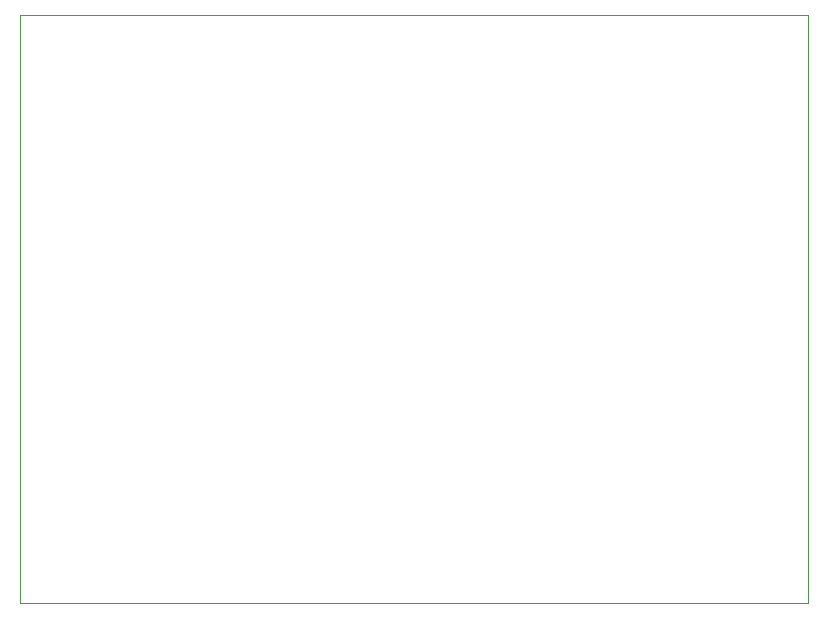
<source format=gm1>
G04 #@! TF.GenerationSoftware,KiCad,Pcbnew,(5.1.2)-1*
G04 #@! TF.CreationDate,2019-12-22T13:40:19+06:00*
G04 #@! TF.ProjectId,esp12e-simple-board,65737031-3265-42d7-9369-6d706c652d62,rev?*
G04 #@! TF.SameCoordinates,Original*
G04 #@! TF.FileFunction,Profile,NP*
%FSLAX46Y46*%
G04 Gerber Fmt 4.6, Leading zero omitted, Abs format (unit mm)*
G04 Created by KiCad (PCBNEW (5.1.2)-1) date 2019-12-22 13:40:19*
%MOMM*%
%LPD*%
G04 APERTURE LIST*
%ADD10C,0.050000*%
G04 APERTURE END LIST*
D10*
X12065000Y-61849000D02*
X12065000Y-12065000D01*
X78740000Y-61849000D02*
X12065000Y-61849000D01*
X78740000Y-12065000D02*
X78740000Y-61849000D01*
X12065000Y-12065000D02*
X78740000Y-12065000D01*
M02*

</source>
